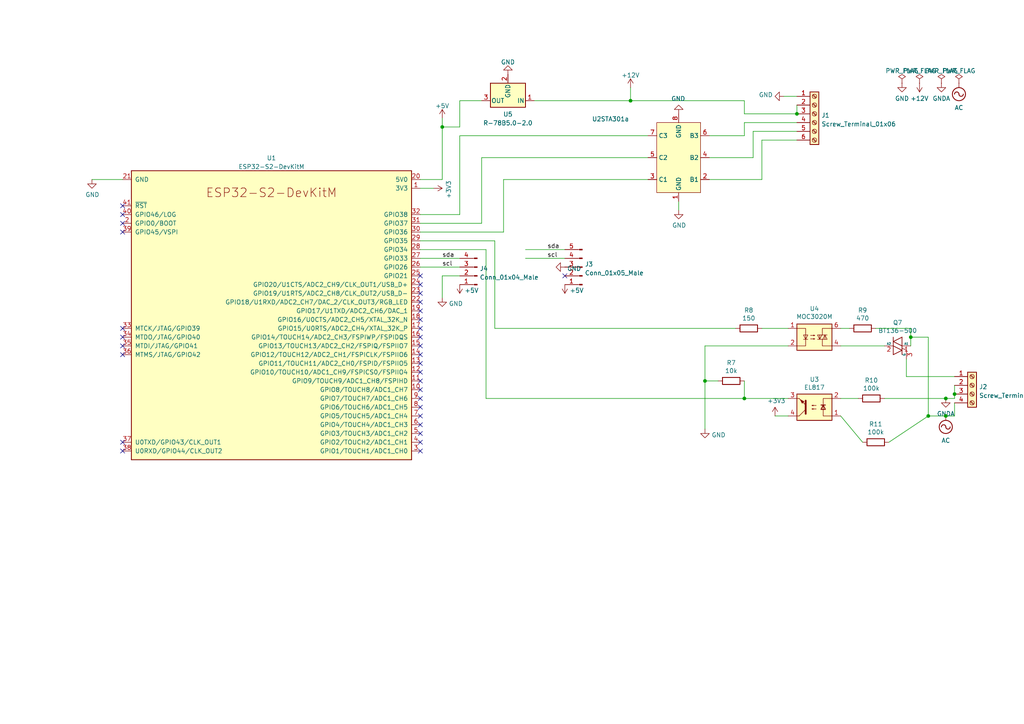
<source format=kicad_sch>
(kicad_sch (version 20211123) (generator eeschema)
  (paper "A4")
  (lib_symbols
    (symbol "Connector:Conn_01x04_Male" (pin_names (offset 1.016) hide)
      (property "Reference" "J" (at 0 5.08 0))
      (property "Value" "Conn_01x04_Male" (at 0 -7.62 0))
      (symbol "Conn_01x04_Male_1_1"
        (polyline (pts (xy 1.27 -5.08) (xy 0.8636 -5.08)) (stroke (width 0.1524)))
        (polyline (pts (xy 1.27 -2.54) (xy 0.8636 -2.54)) (stroke (width 0.1524)))
        (polyline (pts (xy 1.27 0) (xy 0.8636 0)) (stroke (width 0.1524)))
        (polyline (pts (xy 1.27 2.54) (xy 0.8636 2.54)) (stroke (width 0.1524)))
        (rectangle (start 0.8636 -4.953) (end 0 -5.207) (stroke (width 0.1524)) (fill (type outline)))
        (rectangle (start 0.8636 -2.413) (end 0 -2.667) (stroke (width 0.1524)) (fill (type outline)))
        (rectangle (start 0.8636 0.127) (end 0 -0.127) (stroke (width 0.1524)) (fill (type outline)))
        (rectangle (start 0.8636 2.667) (end 0 2.413) (stroke (width 0.1524)) (fill (type outline)))
        (pin passive line (at 5.08 2.54 180) (length 3.81) (name "Pin_1") (number "1"))
        (pin passive line (at 5.08 0 180) (length 3.81) (name "Pin_2") (number "2"))
        (pin passive line (at 5.08 -2.54 180) (length 3.81) (name "Pin_3") (number "3"))
        (pin passive line (at 5.08 -5.08 180) (length 3.81) (name "Pin_4") (number "4"))
      )
    )
    (symbol "Connector:Conn_01x05_Male" (pin_names (offset 1.016) hide)
      (property "Reference" "J" (at 0 7.62 0))
      (property "Value" "Conn_01x05_Male" (at 0 -7.62 0))
      (symbol "Conn_01x05_Male_1_1"
        (polyline (pts (xy 1.27 -5.08) (xy 0.8636 -5.08)) (stroke (width 0.1524)))
        (polyline (pts (xy 1.27 -2.54) (xy 0.8636 -2.54)) (stroke (width 0.1524)))
        (polyline (pts (xy 1.27 0) (xy 0.8636 0)) (stroke (width 0.1524)))
        (polyline (pts (xy 1.27 2.54) (xy 0.8636 2.54)) (stroke (width 0.1524)))
        (polyline (pts (xy 1.27 5.08) (xy 0.8636 5.08)) (stroke (width 0.1524)))
        (rectangle (start 0.8636 -4.953) (end 0 -5.207) (stroke (width 0.1524)) (fill (type outline)))
        (rectangle (start 0.8636 -2.413) (end 0 -2.667) (stroke (width 0.1524)) (fill (type outline)))
        (rectangle (start 0.8636 0.127) (end 0 -0.127) (stroke (width 0.1524)) (fill (type outline)))
        (rectangle (start 0.8636 2.667) (end 0 2.413) (stroke (width 0.1524)) (fill (type outline)))
        (rectangle (start 0.8636 5.207) (end 0 4.953) (stroke (width 0.1524)) (fill (type outline)))
        (pin passive line (at 5.08 5.08 180) (length 3.81) (name "Pin_1") (number "1"))
        (pin passive line (at 5.08 2.54 180) (length 3.81) (name "Pin_2") (number "2"))
        (pin passive line (at 5.08 0 180) (length 3.81) (name "Pin_3") (number "3"))
        (pin passive line (at 5.08 -2.54 180) (length 3.81) (name "Pin_4") (number "4"))
        (pin passive line (at 5.08 -5.08 180) (length 3.81) (name "Pin_5") (number "5"))
      )
    )
    (symbol "Connector:Screw_Terminal_01x04" (pin_names (offset 1.016) hide)
      (property "Reference" "J" (at 0 5.08 0))
      (property "Value" "Screw_Terminal_01x04" (at 0 -7.62 0))
      (symbol "Screw_Terminal_01x04_1_1"
        (rectangle (start -1.27 3.81) (end 1.27 -6.35) (stroke (width 0.254)) (fill (type background)))
        (circle (center 0 -5.08) (radius 0.635) (stroke (width 0.1524)))
        (circle (center 0 -2.54) (radius 0.635) (stroke (width 0.1524)))
        (polyline (pts (xy -0.5334 -4.7498) (xy 0.3302 -5.588)) (stroke (width 0.1524)))
        (polyline (pts (xy -0.5334 -2.2098) (xy 0.3302 -3.048)) (stroke (width 0.1524)))
        (polyline (pts (xy -0.5334 0.3302) (xy 0.3302 -0.508)) (stroke (width 0.1524)))
        (polyline (pts (xy -0.5334 2.8702) (xy 0.3302 2.032)) (stroke (width 0.1524)))
        (polyline (pts (xy -0.3556 -4.572) (xy 0.508 -5.4102)) (stroke (width 0.1524)))
        (polyline (pts (xy -0.3556 -2.032) (xy 0.508 -2.8702)) (stroke (width 0.1524)))
        (polyline (pts (xy -0.3556 0.508) (xy 0.508 -0.3302)) (stroke (width 0.1524)))
        (polyline (pts (xy -0.3556 3.048) (xy 0.508 2.2098)) (stroke (width 0.1524)))
        (circle (center 0 0) (radius 0.635) (stroke (width 0.1524)))
        (circle (center 0 2.54) (radius 0.635) (stroke (width 0.1524)))
        (pin passive line (at -5.08 2.54 0) (length 3.81) (name "Pin_1") (number "1"))
        (pin passive line (at -5.08 0 0) (length 3.81) (name "Pin_2") (number "2"))
        (pin passive line (at -5.08 -2.54 0) (length 3.81) (name "Pin_3") (number "3"))
        (pin passive line (at -5.08 -5.08 0) (length 3.81) (name "Pin_4") (number "4"))
      )
    )
    (symbol "Connector:Screw_Terminal_01x06" (pin_names (offset 1.016) hide)
      (property "Reference" "J" (at 0 7.62 0))
      (property "Value" "Screw_Terminal_01x06" (at 0 -10.16 0))
      (symbol "Screw_Terminal_01x06_1_1"
        (rectangle (start -1.27 6.35) (end 1.27 -8.89) (stroke (width 0.254)) (fill (type background)))
        (circle (center 0 -7.62) (radius 0.635) (stroke (width 0.1524)))
        (circle (center 0 -5.08) (radius 0.635) (stroke (width 0.1524)))
        (circle (center 0 -2.54) (radius 0.635) (stroke (width 0.1524)))
        (polyline (pts (xy -0.5334 -7.2898) (xy 0.3302 -8.128)) (stroke (width 0.1524)))
        (polyline (pts (xy -0.5334 -4.7498) (xy 0.3302 -5.588)) (stroke (width 0.1524)))
        (polyline (pts (xy -0.5334 -2.2098) (xy 0.3302 -3.048)) (stroke (width 0.1524)))
        (polyline (pts (xy -0.5334 0.3302) (xy 0.3302 -0.508)) (stroke (width 0.1524)))
        (polyline (pts (xy -0.5334 2.8702) (xy 0.3302 2.032)) (stroke (width 0.1524)))
        (polyline (pts (xy -0.5334 5.4102) (xy 0.3302 4.572)) (stroke (width 0.1524)))
        (polyline (pts (xy -0.3556 -7.112) (xy 0.508 -7.9502)) (stroke (width 0.1524)))
        (polyline (pts (xy -0.3556 -4.572) (xy 0.508 -5.4102)) (stroke (width 0.1524)))
        (polyline (pts (xy -0.3556 -2.032) (xy 0.508 -2.8702)) (stroke (width 0.1524)))
        (polyline (pts (xy -0.3556 0.508) (xy 0.508 -0.3302)) (stroke (width 0.1524)))
        (polyline (pts (xy -0.3556 3.048) (xy 0.508 2.2098)) (stroke (width 0.1524)))
        (polyline (pts (xy -0.3556 5.588) (xy 0.508 4.7498)) (stroke (width 0.1524)))
        (circle (center 0 0) (radius 0.635) (stroke (width 0.1524)))
        (circle (center 0 2.54) (radius 0.635) (stroke (width 0.1524)))
        (circle (center 0 5.08) (radius 0.635) (stroke (width 0.1524)))
        (pin passive line (at -5.08 5.08 0) (length 3.81) (name "Pin_1") (number "1"))
        (pin passive line (at -5.08 2.54 0) (length 3.81) (name "Pin_2") (number "2"))
        (pin passive line (at -5.08 0 0) (length 3.81) (name "Pin_3") (number "3"))
        (pin passive line (at -5.08 -2.54 0) (length 3.81) (name "Pin_4") (number "4"))
        (pin passive line (at -5.08 -5.08 0) (length 3.81) (name "Pin_5") (number "5"))
        (pin passive line (at -5.08 -7.62 0) (length 3.81) (name "Pin_6") (number "6"))
      )
    )
    (symbol "Device:R" (pin_numbers hide) (pin_names (offset 0))
      (property "Reference" "R" (at 2.032 0 90))
      (property "Value" "R" (at 0 0 90))
      (symbol "R_0_1"
        (rectangle (start -1.016 -2.54) (end 1.016 2.54) (stroke (width 0.254)))
      )
      (symbol "R_1_1"
        (pin passive line (at 0 3.81 270) (length 1.27) (name "~") (number "1"))
        (pin passive line (at 0 -3.81 90) (length 1.27) (name "~") (number "2"))
      )
    )
    (symbol "Espressif:ESP32-S2-DevKitM" (pin_names (offset 1.016))
      (property "Reference" "U" (at -40.64 45.72 0))
      (property "Value" "ESP32-S2-DevKitM" (at -40.64 43.18 0))
      (symbol "ESP32-S2-DevKitM_0_1"
        (rectangle (start -40.64 40.64) (end 40.64 -43.18) (stroke (width 0.254)) (fill (type background)))
      )
      (symbol "ESP32-S2-DevKitM_1_1"
        (text "ESP32-S2-DevKitM" (at 0 -36.83 0) (effects (font (size 2.54 2.54))))
        (pin power_out line (at -43.18 -38.1 0) (length 2.54) (name "3V3") (number "1"))
        (pin bidirectional line (at -43.18 20.32 0) (length 2.54) (name "GPIO8/TOUCH8/ADC1_CH7") (number "10"))
        (pin bidirectional line (at -43.18 17.78 0) (length 2.54) (name "GPIO9/TOUCH9/ADC1_CH8/FSPIHD") (number "11"))
        (pin bidirectional line (at -43.18 15.24 0) (length 2.54) (name "GPIO10/TOUCH10/ADC1_CH9/FSPICS0/FSPIIO4") (number "12"))
        (pin bidirectional line (at -43.18 12.7 0) (length 2.54) (name "GPIO11/TOUCH11/ADC2_CH0/FSPID/FSPIIO5") (number "13"))
        (pin bidirectional line (at -43.18 10.16 0) (length 2.54) (name "GPIO12/TOUCH12/ADC2_CH1/FSPICLK/FSPIIO6") (number "14"))
        (pin bidirectional line (at -43.18 7.62 0) (length 2.54) (name "GPIO13/TOUCH13/ADC2_CH2/FSPIQ/FSPIIO7") (number "15"))
        (pin bidirectional line (at -43.18 5.08 0) (length 2.54) (name "GPIO14/TOUCH14/ADC2_CH3/FSPIWP/FSPIDQS") (number "16"))
        (pin bidirectional line (at -43.18 2.54 0) (length 2.54) (name "GPIO15/U0RTS/ADC2_CH4/XTAL_32K_P") (number "17"))
        (pin bidirectional line (at -43.18 0 0) (length 2.54) (name "GPIO16/U0CTS/ADC2_CH5/XTAL_32K_N") (number "18"))
        (pin bidirectional line (at -43.18 -2.54 0) (length 2.54) (name "GPIO17/U1TXD/ADC2_CH6/DAC_1") (number "19"))
        (pin bidirectional line (at 43.18 -27.94 180) (length 2.54) (name "GPIO0/BOOT") (number "2"))
        (pin power_in line (at -43.18 -40.64 0) (length 2.54) (name "5V0") (number "20"))
        (pin power_in line (at 43.18 -40.64 180) (length 2.54) (name "GND") (number "21"))
        (pin bidirectional line (at -43.18 -5.08 0) (length 2.54) (name "GPIO18/U1RXD/ADC2_CH7/DAC_2/CLK_OUT3/RGB_LED") (number "22"))
        (pin bidirectional line (at -43.18 -7.62 0) (length 2.54) (name "GPIO19/U1RTS/ADC2_CH8/CLK_OUT2/USB_D-") (number "23"))
        (pin bidirectional line (at -43.18 -10.16 0) (length 2.54) (name "GPIO20/U1CTS/ADC2_CH9/CLK_OUT1/USB_D+") (number "24"))
        (pin bidirectional line (at -43.18 -12.7 0) (length 2.54) (name "GPIO21") (number "25"))
        (pin bidirectional line (at -43.18 -15.24 0) (length 2.54) (name "GPIO26") (number "26"))
        (pin bidirectional line (at -43.18 -17.78 0) (length 2.54) (name "GPIO33") (number "27"))
        (pin bidirectional line (at -43.18 -20.32 0) (length 2.54) (name "GPIO34") (number "28"))
        (pin bidirectional line (at -43.18 -22.86 0) (length 2.54) (name "GPIO35") (number "29"))
        (pin bidirectional line (at -43.18 38.1 0) (length 2.54) (name "GPIO1/TOUCH1/ADC1_CH0") (number "3"))
        (pin bidirectional line (at -43.18 -25.4 0) (length 2.54) (name "GPIO36") (number "30"))
        (pin bidirectional line (at -43.18 -27.94 0) (length 2.54) (name "GPIO37") (number "31"))
        (pin bidirectional line (at -43.18 -30.48 0) (length 2.54) (name "GPIO38") (number "32"))
        (pin bidirectional line (at 43.18 2.54 180) (length 2.54) (name "MTCK/JTAG/GPIO39") (number "33"))
        (pin bidirectional line (at 43.18 5.08 180) (length 2.54) (name "MTDO/JTAG/GPIO40") (number "34"))
        (pin bidirectional line (at 43.18 7.62 180) (length 2.54) (name "MTDI/JTAG/GPIO41") (number "35"))
        (pin bidirectional line (at 43.18 10.16 180) (length 2.54) (name "MTMS/JTAG/GPIO42") (number "36"))
        (pin bidirectional line (at 43.18 35.56 180) (length 2.54) (name "U0TXD/GPIO43/CLK_OUT1") (number "37"))
        (pin bidirectional line (at 43.18 38.1 180) (length 2.54) (name "U0RXD/GPIO44/CLK_OUT2") (number "38"))
        (pin bidirectional line (at 43.18 -25.4 180) (length 2.54) (name "GPIO45/VSPI") (number "39"))
        (pin bidirectional line (at -43.18 35.56 0) (length 2.54) (name "GPIO2/TOUCH2/ADC1_CH1") (number "4"))
        (pin input line (at 43.18 -30.48 180) (length 2.54) (name "GPIO46/LOG") (number "40"))
        (pin input line (at 43.18 -33.02 180) (length 2.54) (name "~{RST}") (number "41"))
        (pin passive line (at 43.18 -40.64 180) (length 2.54) hide (name "GND") (number "42"))
        (pin bidirectional line (at -43.18 33.02 0) (length 2.54) (name "GPIO3/TOUCH3/ADC1_CH2") (number "5"))
        (pin bidirectional line (at -43.18 30.48 0) (length 2.54) (name "GPIO4/TOUCH4/ADC1_CH3") (number "6"))
        (pin bidirectional line (at -43.18 27.94 0) (length 2.54) (name "GPIO5/TOUCH5/ADC1_CH4") (number "7"))
        (pin bidirectional line (at -43.18 25.4 0) (length 2.54) (name "GPIO6/TOUCH6/ADC1_CH5") (number "8"))
        (pin bidirectional line (at -43.18 22.86 0) (length 2.54) (name "GPIO7/TOUCH7/ADC1_CH6") (number "9"))
      )
    )
    (symbol "Isolator:EL817" (pin_names (offset 1.016))
      (property "Reference" "U" (at -5.08 5.08 0))
      (property "Value" "EL817" (at 0 5.08 0))
      (symbol "EL817_0_1"
        (rectangle (start -5.08 3.81) (end 5.08 -3.81) (stroke (width 0.254)) (fill (type background)))
        (polyline (pts (xy -3.175 -0.635) (xy -1.905 -0.635)) (stroke (width 0.254)))
        (polyline (pts (xy 2.54 0.635) (xy 4.445 2.54)))
        (polyline (pts (xy 4.445 -2.54) (xy 2.54 -0.635)) (fill (type outline)))
        (polyline (pts (xy 4.445 -2.54) (xy 5.08 -2.54)))
        (polyline (pts (xy 4.445 2.54) (xy 5.08 2.54)))
        (polyline (pts (xy -5.08 2.54) (xy -2.54 2.54) (xy -2.54 -0.635)))
        (polyline (pts (xy -2.54 -0.635) (xy -2.54 -2.54) (xy -5.08 -2.54)))
        (polyline (pts (xy 2.54 1.905) (xy 2.54 -1.905) (xy 2.54 -1.905)) (stroke (width 0.508)))
        (polyline (pts (xy -2.54 -0.635) (xy -3.175 0.635) (xy -1.905 0.635) (xy -2.54 -0.635)) (stroke (width 0.254)))
        (polyline (pts (xy -0.508 -0.508) (xy 0.762 -0.508) (xy 0.381 -0.635) (xy 0.381 -0.381) (xy 0.762 -0.508)))
        (polyline (pts (xy -0.508 0.508) (xy 0.762 0.508) (xy 0.381 0.381) (xy 0.381 0.635) (xy 0.762 0.508)))
        (polyline (pts (xy 3.048 -1.651) (xy 3.556 -1.143) (xy 4.064 -2.159) (xy 3.048 -1.651) (xy 3.048 -1.651)) (fill (type outline)))
      )
      (symbol "EL817_1_1"
        (pin passive line (at -7.62 2.54 0) (length 2.54) (name "~") (number "1"))
        (pin passive line (at -7.62 -2.54 0) (length 2.54) (name "~") (number "2"))
        (pin passive line (at 7.62 -2.54 180) (length 2.54) (name "~") (number "3"))
        (pin passive line (at 7.62 2.54 180) (length 2.54) (name "~") (number "4"))
      )
    )
    (symbol "New_Library:STA301a"
      (property "Reference" "U" (at 0 10.16 0))
      (property "Value" "STA301a" (at 0 12.7 0))
      (symbol "STA301a_0_1"
        (rectangle (start -10.16 -5.08) (end 10.16 -17.78) (fill (type background)))
        (rectangle (start 10.16 -17.78) (end 10.16 -17.78) (fill (type background)))
      )
      (symbol "STA301a_1_1"
        (pin power_in line (at -12.7 -11.43 0) (length 2.54) (name "GND") (number "1"))
        (pin input line (at -6.35 -20.32 90) (length 2.54) (name "B1") (number "2"))
        (pin open_collector line (at -6.35 -2.54 270) (length 2.54) (name "C1") (number "3"))
        (pin input line (at 0 -20.32 90) (length 2.54) (name "B2") (number "4"))
        (pin open_collector line (at 0 -2.54 270) (length 2.54) (name "C2") (number "5"))
        (pin input line (at 6.35 -20.32 90) (length 2.54) (name "B3") (number "6"))
        (pin open_collector line (at 6.35 -2.54 270) (length 2.54) (name "C3") (number "7"))
        (pin power_in line (at 12.7 -11.43 180) (length 2.54) (name "GND") (number "8"))
      )
    )
    (symbol "Regulator_Switching:R-78B5.0-2.0" (pin_names (offset 0.254))
      (property "Reference" "U" (at -3.81 3.175 0))
      (property "Value" "R-78B5.0-2.0" (at 0 3.175 0))
      (symbol "R-78B5.0-2.0_0_1"
        (rectangle (start -5.08 1.905) (end 5.08 -5.08) (stroke (width 0.254)) (fill (type background)))
      )
      (symbol "R-78B5.0-2.0_1_1"
        (pin power_in line (at -7.62 0 0) (length 2.54) (name "IN") (number "1"))
        (pin power_in line (at 0 -7.62 90) (length 2.54) (name "GND") (number "2"))
        (pin power_out line (at 7.62 0 180) (length 2.54) (name "OUT") (number "3"))
      )
    )
    (symbol "Relay_SolidState:MOC3020M"
      (property "Reference" "U" (at -5.334 4.826 0))
      (property "Value" "MOC3020M" (at 0 5.08 0))
      (symbol "MOC3020M_0_1"
        (rectangle (start -5.08 3.81) (end 5.08 -3.81) (stroke (width 0.254)) (fill (type background)))
        (polyline (pts (xy -3.175 -0.635) (xy -1.905 -0.635)))
        (polyline (pts (xy 1.524 -0.635) (xy 1.524 0.635)))
        (polyline (pts (xy 3.048 0.635) (xy 3.048 -0.635)))
        (polyline (pts (xy 2.286 -0.635) (xy 2.286 -2.54) (xy 5.08 -2.54)))
        (polyline (pts (xy 2.286 0.635) (xy 2.286 2.54) (xy 5.08 2.54)))
        (polyline (pts (xy -5.08 2.54) (xy -2.54 2.54) (xy -2.54 -2.54) (xy -5.08 -2.54)))
        (polyline (pts (xy -2.54 -0.635) (xy -3.175 0.635) (xy -1.905 0.635) (xy -2.54 -0.635)))
        (polyline (pts (xy 0.889 -0.635) (xy 3.683 -0.635) (xy 3.048 0.635) (xy 2.413 -0.635)))
        (polyline (pts (xy 3.683 0.635) (xy 0.889 0.635) (xy 1.524 -0.635) (xy 2.159 0.635)))
        (polyline (pts (xy -1.143 -0.508) (xy 0.127 -0.508) (xy -0.254 -0.635) (xy -0.254 -0.381) (xy 0.127 -0.508)))
        (polyline (pts (xy -1.143 0.508) (xy 0.127 0.508) (xy -0.254 0.381) (xy -0.254 0.635) (xy 0.127 0.508)))
      )
      (symbol "MOC3020M_1_1"
        (pin passive line (at -7.62 2.54 0) (length 2.54) (name "~") (number "1"))
        (pin passive line (at -7.62 -2.54 0) (length 2.54) (name "~") (number "2"))
        (pin no_connect line (at -5.08 0 0) (length 2.54) hide (name "NC") (number "3"))
        (pin passive line (at 7.62 -2.54 180) (length 2.54) (name "~") (number "4"))
        (pin no_connect line (at 5.08 0 180) (length 2.54) hide (name "NC") (number "5"))
        (pin passive line (at 7.62 2.54 180) (length 2.54) (name "~") (number "6"))
      )
    )
    (symbol "Triac_Thyristor:BT136-500" (pin_names (offset 0))
      (property "Reference" "Q" (at 5.08 1.905 0))
      (property "Value" "BT136-500" (at 5.08 0 0))
      (symbol "BT136-500_0_1"
        (polyline (pts (xy -2.54 -1.27) (xy 2.54 -1.27)) (stroke (width 0.2032)))
        (polyline (pts (xy -2.54 1.27) (xy 2.54 1.27)) (stroke (width 0.2032)))
        (polyline (pts (xy -1.27 -2.54) (xy -0.635 -1.27)))
        (polyline (pts (xy -2.54 1.27) (xy -1.27 -1.27) (xy 0 1.27)) (stroke (width 0.2032)))
        (polyline (pts (xy 0 -1.27) (xy 1.27 1.27) (xy 2.54 -1.27)) (stroke (width 0.2032)))
      )
      (symbol "BT136-500_1_1"
        (pin passive line (at 0 -3.81 90) (length 2.54) (name "A1") (number "1"))
        (pin passive line (at 0 3.81 270) (length 2.54) (name "A2") (number "2"))
        (pin input line (at -3.81 -2.54 0) (length 2.54) (name "G") (number "3"))
      )
    )
    (symbol "esptest-rescue:+3.3V-power" (power) (pin_names (offset 0))
      (property "Value" "+3.3V-power" (at 0 3.556 0))
      (symbol "+3.3V-power_0_1"
        (polyline (pts (xy -0.762 1.27) (xy 0 2.54)))
        (polyline (pts (xy 0 0) (xy 0 2.54)))
        (polyline (pts (xy 0 2.54) (xy 0.762 1.27)))
      )
      (symbol "+3.3V-power_1_1"
        (pin power_in line (at 0 0 90) (length 0) hide (name "+3V3") (number "1"))
      )
    )
    (symbol "power:+12V" (power) (pin_names (offset 0))
      (property "Value" "+12V" (at 0 3.556 0))
      (symbol "+12V_0_1"
        (polyline (pts (xy -0.762 1.27) (xy 0 2.54)))
        (polyline (pts (xy 0 0) (xy 0 2.54)))
        (polyline (pts (xy 0 2.54) (xy 0.762 1.27)))
      )
      (symbol "+12V_1_1"
        (pin power_in line (at 0 0 90) (length 0) hide (name "+12V") (number "1"))
      )
    )
    (symbol "power:+5V" (power) (pin_names (offset 0))
      (property "Value" "+5V" (at 0 3.556 0))
      (symbol "+5V_0_1"
        (polyline (pts (xy -0.762 1.27) (xy 0 2.54)))
        (polyline (pts (xy 0 0) (xy 0 2.54)))
        (polyline (pts (xy 0 2.54) (xy 0.762 1.27)))
      )
      (symbol "+5V_1_1"
        (pin power_in line (at 0 0 90) (length 0) hide (name "+5V") (number "1"))
      )
    )
    (symbol "power:AC" (power) (pin_names (offset 0))
      (property "Value" "AC" (at 0 6.35 0))
      (symbol "AC_0_1"
        (polyline (pts (xy 0 0) (xy 0 1.27)))
        (arc (start 0 3.175) (mid -0.635 3.81) (end -1.27 3.175) (stroke (width 0.254)))
        (arc (start 0 3.175) (mid 0.635 2.54) (end 1.27 3.175) (stroke (width 0.254)))
        (circle (center 0 3.175) (radius 1.905) (stroke (width 0.254)))
      )
      (symbol "AC_1_1"
        (pin power_in line (at 0 0 90) (length 0) hide (name "AC") (number "1"))
      )
    )
    (symbol "power:GND" (power) (pin_names (offset 0))
      (property "Value" "GND" (at 0 -3.81 0))
      (symbol "GND_0_1"
        (polyline (pts (xy 0 0) (xy 0 -1.27) (xy 1.27 -1.27) (xy 0 -2.54) (xy -1.27 -1.27) (xy 0 -1.27)))
      )
      (symbol "GND_1_1"
        (pin power_in line (at 0 0 270) (length 0) hide (name "GND") (number "1"))
      )
    )
    (symbol "power:GNDA" (power) (pin_names (offset 0))
      (property "Value" "GNDA" (at 0 -3.81 0))
      (symbol "GNDA_0_1"
        (polyline (pts (xy 0 0) (xy 0 -1.27) (xy 1.27 -1.27) (xy 0 -2.54) (xy -1.27 -1.27) (xy 0 -1.27)))
      )
      (symbol "GNDA_1_1"
        (pin power_in line (at 0 0 270) (length 0) hide (name "GNDA") (number "1"))
      )
    )
    (symbol "power:PWR_FLAG" (power) (pin_numbers hide) (pin_names (offset 0) hide)
      (property "Value" "PWR_FLAG" (at 0 3.81 0))
      (symbol "PWR_FLAG_0_0"
        (pin power_out line (at 0 0 90) (length 0) (name "pwr") (number "1"))
      )
      (symbol "PWR_FLAG_0_1"
        (polyline (pts (xy 0 0) (xy 0 1.27) (xy -1.016 1.905) (xy 0 2.54) (xy 1.016 1.905) (xy 0 1.27)))
      )
    )
  )
  (junction (at 128.27 36.83))
  (junction (at 274.32 120.65))
  (junction (at 264.16 97.79))
  (junction (at 274.32 115.57))
  (junction (at 276.86 114.3))
  (junction (at 269.24 120.65))
  (junction (at 231.14 33.02))
  (junction (at 215.9 115.57))
  (junction (at 182.88 29.21))
  (junction (at 204.47 110.49))
  (no_connect (at 121.92 97.79))
  (no_connect (at 35.56 130.81))
  (no_connect (at 35.56 100.33))
  (no_connect (at 121.92 100.33))
  (no_connect (at 121.92 87.63))
  (no_connect (at 121.92 82.55))
  (no_connect (at 121.92 110.49))
  (no_connect (at 121.92 107.95))
  (no_connect (at 35.56 95.25))
  (no_connect (at 121.92 115.57))
  (no_connect (at 35.56 97.79))
  (no_connect (at 121.92 125.73))
  (no_connect (at 121.92 128.27))
  (no_connect (at 35.56 128.27))
  (no_connect (at 121.92 118.11))
  (no_connect (at 121.92 123.19))
  (no_connect (at 163.83 80.01))
  (no_connect (at 121.92 130.81))
  (no_connect (at 121.92 120.65))
  (no_connect (at 121.92 95.25))
  (no_connect (at 121.92 92.71))
  (no_connect (at 121.92 90.17))
  (no_connect (at 121.92 113.03))
  (no_connect (at 35.56 102.87))
  (no_connect (at 35.56 59.69))
  (no_connect (at 121.92 80.01))
  (no_connect (at 35.56 62.23))
  (no_connect (at 121.92 105.41))
  (no_connect (at 35.56 64.77))
  (no_connect (at 121.92 102.87))
  (no_connect (at 35.56 67.31))
  (no_connect (at 121.92 85.09))
  (wire (pts (xy 269.24 97.79) (xy 269.24 120.65)))
  (wire (pts (xy 121.92 77.47) (xy 133.35 77.47)))
  (wire (pts (xy 146.05 67.31) (xy 121.92 67.31)))
  (wire (pts (xy 187.96 52.07) (xy 146.05 52.07)))
  (wire (pts (xy 208.28 110.49) (xy 204.47 110.49)))
  (wire (pts (xy 182.88 25.4) (xy 182.88 29.21)))
  (wire (pts (xy 204.47 110.49) (xy 204.47 124.46)))
  (wire (pts (xy 133.35 29.21) (xy 133.35 36.83)))
  (wire (pts (xy 121.92 64.77) (xy 139.7 64.77)))
  (wire (pts (xy 205.74 52.07) (xy 220.98 52.07)))
  (wire (pts (xy 213.36 95.25) (xy 143.51 95.25)))
  (wire (pts (xy 264.16 97.79) (xy 269.24 97.79)))
  (wire (pts (xy 26.67 52.07) (xy 35.56 52.07)))
  (wire (pts (xy 128.27 34.29) (xy 128.27 36.83)))
  (wire (pts (xy 215.9 29.21) (xy 215.9 33.02)))
  (wire (pts (xy 146.05 52.07) (xy 146.05 67.31)))
  (wire (pts (xy 133.35 39.37) (xy 133.35 62.23)))
  (wire (pts (xy 276.86 111.76) (xy 276.86 114.3)))
  (wire (pts (xy 243.84 120.65) (xy 250.19 128.27)))
  (wire (pts (xy 269.24 120.65) (xy 274.32 120.65)))
  (wire (pts (xy 139.7 64.77) (xy 139.7 45.72)))
  (wire (pts (xy 276.86 115.57) (xy 276.86 114.3)))
  (wire (pts (xy 220.98 52.07) (xy 220.98 40.64)))
  (wire (pts (xy 152.4 72.39) (xy 163.83 72.39)))
  (wire (pts (xy 264.16 97.79) (xy 264.16 100.33)))
  (wire (pts (xy 215.9 110.49) (xy 215.9 115.57)))
  (wire (pts (xy 139.7 29.21) (xy 133.35 29.21)))
  (wire (pts (xy 133.35 36.83) (xy 128.27 36.83)))
  (wire (pts (xy 218.44 38.1) (xy 218.44 45.72)))
  (wire (pts (xy 140.97 115.57) (xy 215.9 115.57)))
  (wire (pts (xy 274.32 120.65) (xy 276.86 120.65)))
  (wire (pts (xy 215.9 39.37) (xy 205.74 39.37)))
  (wire (pts (xy 121.92 74.93) (xy 133.35 74.93)))
  (wire (pts (xy 215.9 33.02) (xy 231.14 33.02)))
  (wire (pts (xy 152.4 74.93) (xy 163.83 74.93)))
  (wire (pts (xy 231.14 38.1) (xy 218.44 38.1)))
  (wire (pts (xy 139.7 45.72) (xy 187.96 45.72)))
  (wire (pts (xy 196.85 58.42) (xy 196.85 60.96)))
  (wire (pts (xy 228.6 100.33) (xy 204.47 100.33)))
  (wire (pts (xy 143.51 95.25) (xy 143.51 69.85)))
  (wire (pts (xy 121.92 72.39) (xy 140.97 72.39)))
  (wire (pts (xy 228.6 95.25) (xy 220.98 95.25)))
  (wire (pts (xy 121.92 52.07) (xy 128.27 52.07)))
  (wire (pts (xy 215.9 35.56) (xy 231.14 35.56)))
  (wire (pts (xy 256.54 115.57) (xy 274.32 115.57)))
  (wire (pts (xy 205.74 45.72) (xy 218.44 45.72)))
  (wire (pts (xy 231.14 30.48) (xy 231.14 33.02)))
  (wire (pts (xy 133.35 62.23) (xy 121.92 62.23)))
  (wire (pts (xy 128.27 80.01) (xy 128.27 86.36)))
  (wire (pts (xy 143.51 69.85) (xy 121.92 69.85)))
  (wire (pts (xy 220.98 40.64) (xy 231.14 40.64)))
  (wire (pts (xy 262.89 109.22) (xy 276.86 109.22)))
  (wire (pts (xy 264.16 95.25) (xy 264.16 97.79)))
  (wire (pts (xy 215.9 115.57) (xy 228.6 115.57)))
  (wire (pts (xy 215.9 35.56) (xy 215.9 39.37)))
  (wire (pts (xy 274.32 115.57) (xy 276.86 115.57)))
  (wire (pts (xy 243.84 95.25) (xy 246.38 95.25)))
  (wire (pts (xy 128.27 36.83) (xy 128.27 52.07)))
  (wire (pts (xy 254 95.25) (xy 264.16 95.25)))
  (wire (pts (xy 182.88 29.21) (xy 215.9 29.21)))
  (wire (pts (xy 224.79 120.65) (xy 228.6 120.65)))
  (wire (pts (xy 121.92 54.61) (xy 125.73 54.61)))
  (wire (pts (xy 276.86 120.65) (xy 276.86 116.84)))
  (wire (pts (xy 154.94 29.21) (xy 182.88 29.21)))
  (wire (pts (xy 243.84 115.57) (xy 248.92 115.57)))
  (wire (pts (xy 231.14 27.94) (xy 227.33 27.94)))
  (wire (pts (xy 257.81 128.27) (xy 269.24 120.65)))
  (wire (pts (xy 204.47 100.33) (xy 204.47 110.49)))
  (wire (pts (xy 256.54 100.33) (xy 243.84 100.33)))
  (wire (pts (xy 140.97 72.39) (xy 140.97 115.57)))
  (wire (pts (xy 187.96 39.37) (xy 133.35 39.37)))
  (wire (pts (xy 262.89 109.22) (xy 262.89 104.14)))
  (wire (pts (xy 133.35 80.01) (xy 128.27 80.01)))
  (label "scl" (at 128.27 77.47 0))
  (label "sda" (at 158.75 72.39 0))
  (label "scl" (at 158.75 74.93 0))
  (label "sda" (at 128.27 74.93 0))
  (symbol (lib_id "power:GND") (at 26.67 52.07 0) (unit 1)
    (property "Reference" "#PWR0102" (effects hide))
    (property "Value" "GND" (at 26.797 56.4642 0))
  )
  (symbol (lib_id "Isolator:EL817") (at 236.22 118.11 180) (unit 1)
    (property "Reference" "U3" (at 236.22 110.0582 0))
    (property "Value" "EL817" (at 236.22 112.3696 0))
    (property "Footprint" "Package_DIP:DIP-4_W7.62mm" (effects hide))
    (property "Datasheet" "http://www.everlight.com/file/ProductFile/EL817.pdf" (effects hide))
  )
  (symbol (lib_id "Relay_SolidState:MOC3020M") (at 236.22 97.79 0) (unit 1)
    (property "Reference" "U4" (at 236.22 89.535 0))
    (property "Value" "MOC3020M" (at 236.22 91.8464 0))
    (property "Footprint" "Package_DIP:DIP-6_W7.62mm" (effects hide))
    (property "Datasheet" "https://www.onsemi.com/pub/Collateral/MOC3023M-D.PDF" (effects hide))
  )
  (symbol (lib_id "Triac_Thyristor:BT136-500") (at 260.35 100.33 90) (unit 1)
    (property "Reference" "Q7" (at 260.35 93.5736 90))
    (property "Value" "BT136-500" (at 260.35 95.885 90))
    (property "Footprint" "Package_TO_SOT_THT:TO-220-3_Vertical" (effects hide))
    (property "Datasheet" "http://www.micropik.com/PDF/BT136-600.pdf" (effects hide))
  )
  (symbol (lib_id "Device:R") (at 217.17 95.25 270) (unit 1)
    (property "Reference" "R8" (at 217.17 89.9922 90))
    (property "Value" "150" (at 217.17 92.3036 90))
    (property "Footprint" "Resistor_THT:R_Axial_DIN0414_L11.9mm_D4.5mm_P15.24mm_Horizontal" (effects hide))
  )
  (symbol (lib_id "Device:R") (at 250.19 95.25 270) (unit 1)
    (property "Reference" "R9" (at 250.19 89.9922 90))
    (property "Value" "470" (at 250.19 92.3036 90))
    (property "Footprint" "Resistor_THT:R_Axial_DIN0414_L11.9mm_D4.5mm_P15.24mm_Horizontal" (effects hide))
  )
  (symbol (lib_id "Device:R") (at 252.73 115.57 270) (unit 1)
    (property "Reference" "R10" (at 252.73 110.3122 90))
    (property "Value" "100k" (at 252.73 112.6236 90))
    (property "Footprint" "Resistor_THT:R_Axial_DIN0414_L11.9mm_D4.5mm_P15.24mm_Horizontal" (effects hide))
  )
  (symbol (lib_id "Device:R") (at 254 128.27 270) (unit 1)
    (property "Reference" "R11" (at 254 123.0122 90))
    (property "Value" "100k" (at 254 125.3236 90))
    (property "Footprint" "Resistor_THT:R_Axial_DIN0414_L11.9mm_D4.5mm_P15.24mm_Horizontal" (effects hide))
  )
  (symbol (lib_id "Device:R") (at 212.09 110.49 270) (unit 1)
    (property "Reference" "R7" (at 212.09 105.2322 90))
    (property "Value" "10k" (at 212.09 107.5436 90))
    (property "Footprint" "Resistor_THT:R_Axial_DIN0414_L11.9mm_D4.5mm_P15.24mm_Horizontal" (effects hide))
  )
  (symbol (lib_id "power:GND") (at 261.62 24.13 0) (unit 1)
    (property "Reference" "#PWR012" (effects hide))
    (property "Value" "GND" (at 261.62 28.5734 0))
  )
  (symbol (lib_id "power:GNDA") (at 274.32 115.57 0) (unit 1)
    (property "Reference" "#PWR07" (effects hide))
    (property "Value" "GNDA" (at 274.32 120.0134 0))
  )
  (symbol (lib_id "power:GND") (at 196.85 60.96 0) (unit 1)
    (property "Reference" "#PWR01" (effects hide))
    (property "Value" "GND" (at 196.977 65.3542 0))
  )
  (symbol (lib_id "power:GND") (at 196.85 33.02 180) (unit 1)
    (property "Reference" "#PWR0103" (effects hide))
    (property "Value" "GND" (at 196.723 28.6258 0))
  )
  (symbol (lib_id "power:+12V") (at 182.88 25.4 0) (unit 1)
    (property "Reference" "#PWR05" (effects hide))
    (property "Value" "+12V" (at 182.88 21.8242 0))
  )
  (symbol (lib_id "Connector:Screw_Terminal_01x04") (at 281.94 111.76 0) (unit 1)
    (property "Reference" "J2" (at 283.972 112.1953 0) (effects (justify left)))
    (property "Value" "Screw_Terminal_01x04" (at 283.972 114.7322 0) (effects (justify left)))
    (property "Footprint" "TerminalBlock_Phoenix:TerminalBlock_Phoenix_MKDS-1,5-4_1x04_P5.00mm_Horizontal" (effects hide))
  )
  (symbol (lib_id "power:GND") (at 204.47 124.46 0) (unit 1)
    (property "Reference" "#PWR011" (effects hide))
    (property "Value" "GND" (at 206.375 126.1638 0) (effects (justify left)))
  )
  (symbol (lib_id "power:GND") (at 147.32 21.59 180) (unit 1)
    (property "Reference" "#PWR04" (effects hide))
    (property "Value" "GND" (at 147.32 18.0142 0))
  )
  (symbol (lib_id "power:+5V") (at 128.27 34.29 0) (unit 1)
    (property "Reference" "#PWR03" (effects hide))
    (property "Value" "+5V" (at 128.27 30.7142 0))
  )
  (symbol (lib_id "esptest-rescue:+3.3V-power") (at 224.79 120.65 0) (unit 1)
    (property "Reference" "#PWR02" (effects hide))
    (property "Value" "+3.3V" (at 225.171 116.2558 0))
  )
  (symbol (lib_id "power:GND") (at 163.83 77.47 270) (unit 1)
    (property "Reference" "#PWR016" (effects hide))
    (property "Value" "GND" (at 164.465 77.9038 90) (effects (justify left)))
  )
  (symbol (lib_id "esptest-rescue:+3.3V-power") (at 125.73 54.61 270) (unit 1)
    (property "Reference" "#PWR06" (effects hide))
    (property "Value" "+3.3V" (at 130.1242 54.991 0))
  )
  (symbol (lib_id "Connector:Screw_Terminal_01x06") (at 236.22 33.02 0) (unit 1)
    (property "Reference" "J1" (at 238.252 33.4553 0) (effects (justify left)))
    (property "Value" "Screw_Terminal_01x06" (at 238.252 35.9922 0) (effects (justify left)))
    (property "Footprint" "TerminalBlock_Phoenix:TerminalBlock_Phoenix_MKDS-1,5-6_1x06_P5.00mm_Horizontal" (effects hide))
  )
  (symbol (lib_id "power:GNDA") (at 273.05 24.13 0) (unit 1)
    (property "Reference" "#PWR014" (effects hide))
    (property "Value" "GNDA" (at 273.05 28.5734 0))
  )
  (symbol (lib_id "Connector:Conn_01x04_Male") (at 138.43 80.01 180) (unit 1)
    (property "Reference" "J4" (at 139.1412 77.9053 0) (effects (justify right)))
    (property "Value" "Conn_01x04_Male" (at 139.1412 80.4422 0) (effects (justify right)))
    (property "Footprint" "Connector_PinHeader_2.54mm:PinHeader_1x04_P2.54mm_Vertical" (effects hide))
  )
  (symbol (lib_id "Espressif:ESP32-S2-DevKitM") (at 78.74 92.71 180) (unit 1)
    (property "Reference" "U1" (at 78.74 45.8302 0))
    (property "Value" "ESP32-S2-DevKitM" (at 78.74 48.3671 0))
    (property "Footprint" "Espressif:ESP32-S2-DevKitM" (effects hide))
    (property "Datasheet" "https://dl.espressif.com/dl/schematics/ESP32-S2-DevKitM-1_V1_Schematics.pdf" (effects hide))
  )
  (symbol (lib_id "Regulator_Switching:R-78B5.0-2.0") (at 147.32 29.21 180) (unit 1)
    (property "Reference" "U5" (at 147.32 33.1454 0))
    (property "Value" "R-78B5.0-2.0" (at 147.32 35.6823 0))
    (property "Footprint" "Converter_DCDC:Converter_DCDC_RECOM_R-78B-2.0_THT" (effects hide))
    (property "Datasheet" "https://www.recom-power.com/pdf/Innoline/R-78Bxx-2.0.pdf" (effects hide))
  )
  (symbol (lib_id "New_Library:STA301a") (at 185.42 45.72 90) (unit 1)
    (property "Reference" "U2" (at 171.6872 34.5187 90) (effects (justify right)))
    (property "Value" "STA301a" (at 174.2241 34.5187 90) (effects (justify right)))
    (property "Footprint" "Package_SIP:SIP-8_19x3mm_P2.54mm" (effects hide))
  )
  (symbol (lib_id "power:GND") (at 227.33 27.94 270) (unit 1)
    (property "Reference" "#PWR0101" (effects hide))
    (property "Value" "GND" (at 224.155 27.5062 90) (effects (justify right)))
  )
  (symbol (lib_id "power:PWR_FLAG") (at 266.7 24.13 0) (unit 1)
    (property "Reference" "#FLG02" (effects hide))
    (property "Value" "PWR_FLAG" (at 266.7 20.5542 0))
  )
  (symbol (lib_id "power:+5V") (at 133.35 82.55 180) (unit 1)
    (property "Reference" "#PWR010" (effects hide))
    (property "Value" "+5V" (at 134.747 84.2538 0) (effects (justify right)))
  )
  (symbol (lib_id "power:GND") (at 128.27 86.36 0) (unit 1)
    (property "Reference" "#PWR09" (effects hide))
    (property "Value" "GND" (at 130.175 88.0638 0) (effects (justify left)))
  )
  (symbol (lib_id "power:+12V") (at 266.7 24.13 180) (unit 1)
    (property "Reference" "#PWR013" (effects hide))
    (property "Value" "+12V" (at 266.7 28.5734 0))
  )
  (symbol (lib_id "power:PWR_FLAG") (at 273.05 24.13 0) (unit 1)
    (property "Reference" "#FLG03" (effects hide))
    (property "Value" "PWR_FLAG" (at 273.05 20.5542 0))
  )
  (symbol (lib_id "power:+5V") (at 163.83 82.55 180) (unit 1)
    (property "Reference" "#PWR017" (effects hide))
    (property "Value" "+5V" (at 165.227 84.2538 0) (effects (justify right)))
  )
  (symbol (lib_id "power:PWR_FLAG") (at 278.13 24.13 0) (unit 1)
    (property "Reference" "#FLG04" (effects hide))
    (property "Value" "PWR_FLAG" (at 278.13 20.5542 0))
  )
  (symbol (lib_id "power:PWR_FLAG") (at 261.62 24.13 0) (unit 1)
    (property "Reference" "#FLG01" (effects hide))
    (property "Value" "PWR_FLAG" (at 261.62 20.5542 0))
  )
  (symbol (lib_id "Connector:Conn_01x05_Male") (at 168.91 77.47 180) (unit 1)
    (property "Reference" "J3" (at 169.6212 76.6353 0) (effects (justify right)))
    (property "Value" "Conn_01x05_Male" (at 169.6212 79.1722 0) (effects (justify right)))
    (property "Footprint" "Connector_PinHeader_2.54mm:PinHeader_1x05_P2.54mm_Vertical" (effects hide))
  )
  (symbol (lib_id "power:AC") (at 274.32 120.65 180) (unit 1)
    (property "Reference" "#PWR08" (effects hide))
    (property "Value" "AC" (at 274.32 127.7604 0))
  )
  (symbol (lib_id "power:AC") (at 278.13 24.13 180) (unit 1)
    (property "Reference" "#PWR015" (effects hide))
    (property "Value" "AC" (at 278.13 31.2404 0))
  )
)
</source>
